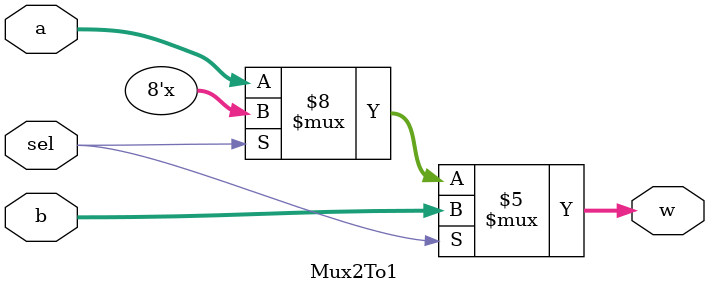
<source format=v>
`timescale 1ns / 1ps
module Mux2To1( 
	input [7:0] a,
   input [7:0] b,
   input sel,
   output [7:0] w
);

	reg [7:0] w;
	always @(sel or a or b)
		begin
			if(sel == 0) w = a;
			if(sel == 1) w = b;
		end

endmodule

</source>
